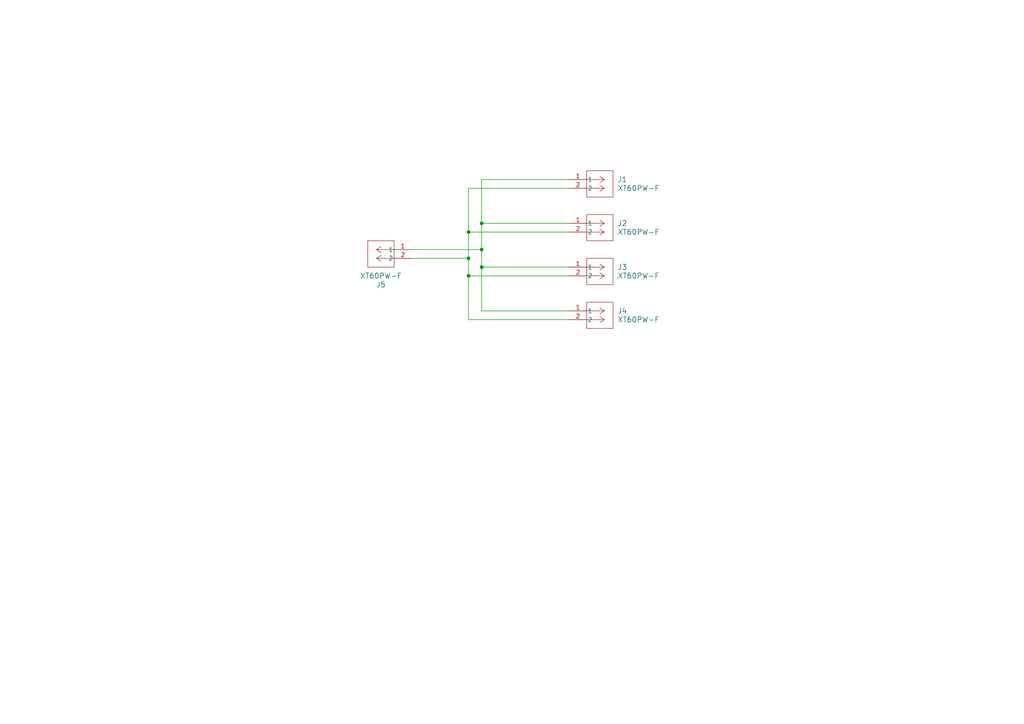
<source format=kicad_sch>
(kicad_sch (version 20230121) (generator eeschema)
  (paper "A4")
  (lib_symbols
    (symbol "XT-60:XT60PW-F" (pin_names (offset 0.254))
      (property "Reference" "J" (at 8.89 6.35 0))
      (property "Value" "XT60PW-F" (at 0 0 0))
      (symbol "XT60PW-F_1_1"
        (polyline (pts (xy 5.08 -5.08) (xy 12.7 -5.08)) (stroke (width 0.127)))
        (polyline (pts (xy 5.08 2.54) (xy 5.08 -5.08)) (stroke (width 0.127)))
        (polyline (pts (xy 10.16 -2.54) (xy 5.08 -2.54)) (stroke (width 0.127)))
        (polyline (pts (xy 10.16 -2.54) (xy 8.89 -3.3867)) (stroke (width 0.127)))
        (polyline (pts (xy 10.16 -2.54) (xy 8.89 -1.6933)) (stroke (width 0.127)))
        (polyline (pts (xy 10.16 0) (xy 5.08 0)) (stroke (width 0.127)))
        (polyline (pts (xy 10.16 0) (xy 8.89 -0.8467)) (stroke (width 0.127)))
        (polyline (pts (xy 10.16 0) (xy 8.89 0.8467)) (stroke (width 0.127)))
        (polyline (pts (xy 12.7 -5.08) (xy 12.7 2.54)) (stroke (width 0.127)))
        (polyline (pts (xy 12.7 2.54) (xy 5.08 2.54)) (stroke (width 0.127)))
        (pin unspecified line (at 0 0 0) (length 5.08) (name "1") (number "1"))
        (pin unspecified line (at 0 -2.54 0) (length 5.08) (name "2") (number "2"))
      )
      (symbol "XT60PW-F_1_2"
        (polyline (pts (xy 5.08 -5.08) (xy 12.7 -5.08)) (stroke (width 0.127)))
        (polyline (pts (xy 5.08 2.54) (xy 5.08 -5.08)) (stroke (width 0.127)))
        (polyline (pts (xy 7.62 -2.54) (xy 5.08 -2.54)) (stroke (width 0.127)))
        (polyline (pts (xy 7.62 -2.54) (xy 8.89 -3.3867)) (stroke (width 0.127)))
        (polyline (pts (xy 7.62 -2.54) (xy 8.89 -1.6933)) (stroke (width 0.127)))
        (polyline (pts (xy 7.62 0) (xy 5.08 0)) (stroke (width 0.127)))
        (polyline (pts (xy 7.62 0) (xy 8.89 -0.8467)) (stroke (width 0.127)))
        (polyline (pts (xy 7.62 0) (xy 8.89 0.8467)) (stroke (width 0.127)))
        (polyline (pts (xy 12.7 -5.08) (xy 12.7 2.54)) (stroke (width 0.127)))
        (polyline (pts (xy 12.7 2.54) (xy 5.08 2.54)) (stroke (width 0.127)))
        (pin unspecified line (at 0 0 0) (length 5.08) (name "1") (number "1"))
        (pin unspecified line (at 0 -2.54 0) (length 5.08) (name "2") (number "2"))
      )
    )
  )
  (junction (at 135.89 80.01))
  (junction (at 135.89 74.93))
  (junction (at 139.7 72.39))
  (junction (at 139.7 64.77))
  (junction (at 135.89 67.31))
  (junction (at 139.7 77.47))
  (wire (pts (xy 165.1 77.47) (xy 139.7 77.47)))
  (wire (pts (xy 135.89 74.93) (xy 135.89 80.01)))
  (wire (pts (xy 135.89 54.61) (xy 165.1 54.61)))
  (wire (pts (xy 165.1 80.01) (xy 135.89 80.01)))
  (wire (pts (xy 139.7 72.39) (xy 139.7 64.77)))
  (wire (pts (xy 135.89 67.31) (xy 135.89 54.61)))
  (wire (pts (xy 135.89 74.93) (xy 135.89 67.31)))
  (wire (pts (xy 139.7 64.77) (xy 139.7 52.07)))
  (wire (pts (xy 135.89 67.31) (xy 165.1 67.31)))
  (wire (pts (xy 139.7 64.77) (xy 165.1 64.77)))
  (wire (pts (xy 139.7 52.07) (xy 165.1 52.07)))
  (wire (pts (xy 135.89 80.01) (xy 135.89 92.71)))
  (wire (pts (xy 119.38 72.39) (xy 139.7 72.39)))
  (wire (pts (xy 119.38 74.93) (xy 135.89 74.93)))
  (wire (pts (xy 135.89 92.71) (xy 165.1 92.71)))
  (wire (pts (xy 139.7 77.47) (xy 139.7 90.17)))
  (wire (pts (xy 139.7 72.39) (xy 139.7 77.47)))
  (wire (pts (xy 165.1 90.17) (xy 139.7 90.17)))
  (symbol (lib_id "XT-60:XT60PW-F") (at 165.1 77.47 0) (unit 1)
    (property "Reference" "J3" (at 179.07 77.47 0) (effects (font (size 1.524 1.524)) (justify left)))
    (property "Value" "XT60PW-F" (at 179.07 80.01 0) (effects (font (size 1.524 1.524)) (justify left)))
    (property "Footprint" "XT-60:XT-60-Measured" (effects hide))
    (property "Datasheet" "XT60PW-F" (effects hide))
  )
  (symbol (lib_id "XT-60:XT60PW-F") (at 165.1 64.77 0) (unit 1)
    (property "Reference" "J2" (at 179.07 64.77 0) (effects (font (size 1.524 1.524)) (justify left)))
    (property "Value" "XT60PW-F" (at 179.07 67.31 0) (effects (font (size 1.524 1.524)) (justify left)))
    (property "Footprint" "XT-60:XT-60-Measured" (effects hide))
    (property "Datasheet" "XT60PW-F" (effects hide))
  )
  (symbol (lib_id "XT-60:XT60PW-F") (at 165.1 52.07 0) (unit 1)
    (property "Reference" "J1" (at 179.07 52.07 0) (effects (font (size 1.524 1.524)) (justify left)))
    (property "Value" "XT60PW-F" (at 179.07 54.61 0) (effects (font (size 1.524 1.524)) (justify left)))
    (property "Footprint" "XT-60:XT-60-Measured" (effects hide))
    (property "Datasheet" "XT60PW-F" (effects hide))
  )
  (symbol (lib_id "XT-60:XT60PW-F") (at 165.1 90.17 0) (unit 1)
    (property "Reference" "J4" (at 179.07 90.17 0) (effects (font (size 1.524 1.524)) (justify left)))
    (property "Value" "XT60PW-F" (at 179.07 92.71 0) (effects (font (size 1.524 1.524)) (justify left)))
    (property "Footprint" "XT-60:XT-60-Measured" (effects hide))
    (property "Datasheet" "XT60PW-F" (effects hide))
  )
  (symbol (lib_id "XT-60:XT60PW-F") (at 119.38 72.39 0) (mirror y) (unit 1)
    (property "Reference" "J5" (at 110.49 82.55 0) (effects (font (size 1.524 1.524))))
    (property "Value" "XT60PW-F" (at 110.49 80.01 0) (effects (font (size 1.524 1.524))))
    (property "Footprint" "XT-60:XT-60-Measured" (effects hide))
    (property "Datasheet" "XT60PW-F" (effects hide))
  )
)
</source>
